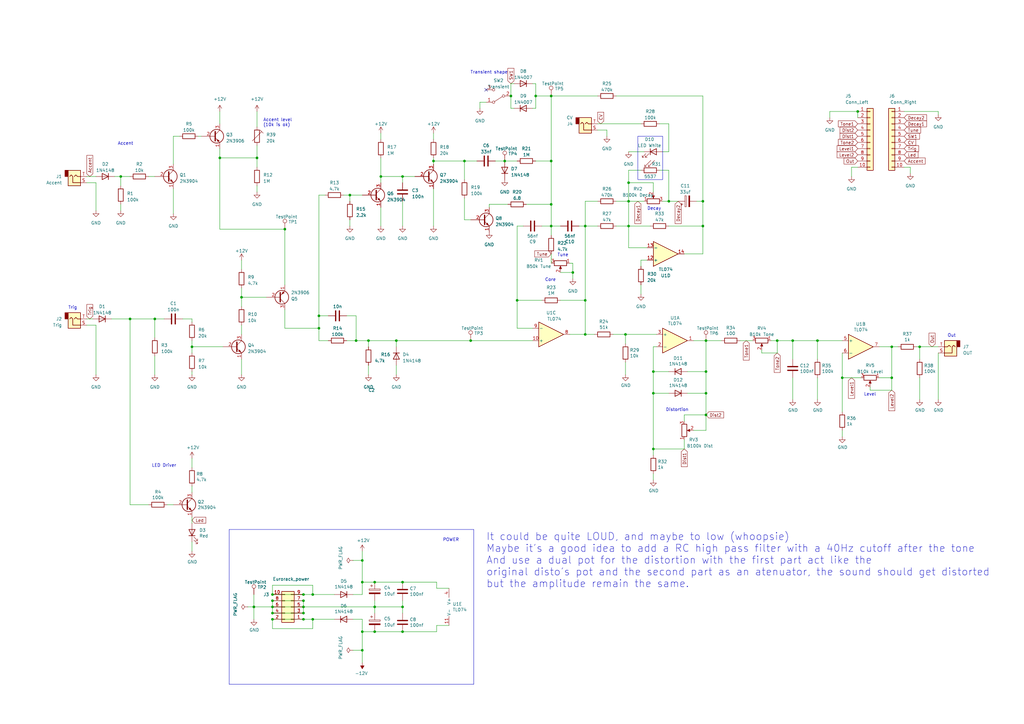
<source format=kicad_sch>
(kicad_sch (version 20230121) (generator eeschema)
  (paper "A3")
  (title_block (title "Drum K") (date "2023-03-09") (rev "MKII") (company "Plop's Modular"))
  (junction (at 124.46 246.38))
  (junction (at 240.03 137.16))
  (junction (at 289.56 170.18))
  (junction (at 240.03 92.71))
  (junction (at 165.1 248.92))
  (junction (at 288.29 82.55))
  (junction (at 226.06 39.37))
  (junction (at 105.41 64.77))
  (junction (at 148.59 238.76))
  (junction (at 288.29 92.71))
  (junction (at 345.44 154.94))
  (junction (at 124.46 251.46))
  (junction (at 212.09 123.19))
  (junction (at 365.76 142.24))
  (junction (at 177.8 66.04))
  (junction (at 146.05 139.7))
  (junction (at 104.14 248.92))
  (junction (at 207.01 66.04))
  (junction (at 151.13 139.7))
  (junction (at 289.56 152.4))
  (junction (at 289.56 161.29))
  (junction (at 325.12 139.7))
  (junction (at 190.5 66.04))
  (junction (at 257.81 92.71))
  (junction (at 240.03 123.19))
  (junction (at 165.1 259.08))
  (junction (at 318.77 139.7))
  (junction (at 226.06 83.82))
  (junction (at 116.84 93.98))
  (junction (at 111.76 246.38))
  (junction (at 335.28 139.7))
  (junction (at 124.46 248.92))
  (junction (at 128.27 254))
  (junction (at 257.81 74.93))
  (junction (at 49.53 72.39))
  (junction (at 90.17 64.77))
  (junction (at 289.56 139.7))
  (junction (at 63.5 130.81))
  (junction (at 148.59 259.08))
  (junction (at 53.34 130.81))
  (junction (at 193.04 139.7))
  (junction (at 156.21 72.39))
  (junction (at 209.55 39.37))
  (junction (at 148.59 229.87))
  (junction (at 162.56 139.7))
  (junction (at 351.79 45.72))
  (junction (at 111.76 243.84))
  (junction (at 267.97 184.15))
  (junction (at 153.67 259.08))
  (junction (at 234.95 111.76))
  (junction (at 99.06 121.92))
  (junction (at 219.71 39.37))
  (junction (at 257.81 82.55))
  (junction (at 130.81 129.54))
  (junction (at 267.97 152.4))
  (junction (at 274.32 82.55))
  (junction (at 256.54 137.16))
  (junction (at 111.76 251.46))
  (junction (at 124.46 243.84))
  (junction (at 128.27 243.84))
  (junction (at 130.81 134.62))
  (junction (at 226.06 66.04))
  (junction (at 153.67 248.92))
  (junction (at 148.59 266.7))
  (junction (at 377.19 142.24))
  (junction (at 143.51 80.01))
  (junction (at 153.67 238.76))
  (junction (at 267.97 161.29))
  (junction (at 365.76 154.94))
  (junction (at 124.46 254))
  (junction (at 111.76 248.92))
  (junction (at 226.06 92.71))
  (junction (at 78.74 142.24))
  (junction (at 165.1 238.76))
  (junction (at 111.76 254))
  (junction (at 165.1 72.39))
  (no_connect (at 199.39 36.83))
  (wire (pts (xy 375.92 142.24) (xy 377.19 142.24)))
  (wire (pts (xy 345.44 144.78) (xy 345.44 154.94)))
  (wire (pts (xy 99.06 147.32) (xy 99.06 153.67)))
  (wire (pts (xy 165.1 246.38) (xy 165.1 248.92)))
  (wire (pts (xy 101.6 248.92) (xy 104.14 248.92)))
  (wire (pts (xy 128.27 257.81) (xy 128.27 254)))
  (wire (pts (xy 226.06 39.37) (xy 245.11 39.37)))
  (wire (pts (xy 60.96 72.39) (xy 63.5 72.39)))
  (wire (pts (xy 274.32 92.71) (xy 288.29 92.71)))
  (wire (pts (xy 280.67 170.18) (xy 289.56 170.18)))
  (wire (pts (xy 179.07 241.3) (xy 179.07 238.76)))
  (wire (pts (xy 148.59 254) (xy 148.59 259.08)))
  (wire (pts (xy 130.81 134.62) (xy 130.81 139.7)))
  (wire (pts (xy 165.1 238.76) (xy 179.07 238.76)))
  (wire (pts (xy 151.13 139.7) (xy 162.56 139.7)))
  (wire (pts (xy 274.32 50.8) (xy 274.32 62.23)))
  (wire (pts (xy 116.84 134.62) (xy 130.81 134.62)))
  (wire (pts (xy 219.71 66.04) (xy 226.06 66.04)))
  (wire (pts (xy 351.79 45.72) (xy 351.79 48.26)))
  (wire (pts (xy 53.34 207.01) (xy 60.96 207.01)))
  (wire (pts (xy 35.56 74.93) (xy 39.37 74.93)))
  (wire (pts (xy 49.53 83.82) (xy 49.53 86.36)))
  (wire (pts (xy 90.17 64.77) (xy 105.41 64.77)))
  (wire (pts (xy 360.68 154.94) (xy 365.76 154.94)))
  (wire (pts (xy 196.85 44.45) (xy 196.85 41.91)))
  (wire (pts (xy 219.71 34.29) (xy 219.71 39.37)))
  (wire (pts (xy 335.28 154.94) (xy 335.28 163.83)))
  (wire (pts (xy 130.81 129.54) (xy 130.81 134.62)))
  (wire (pts (xy 271.78 62.23) (xy 274.32 62.23)))
  (wire (pts (xy 156.21 72.39) (xy 156.21 74.93)))
  (wire (pts (xy 144.78 243.84) (xy 148.59 243.84)))
  (wire (pts (xy 90.17 45.72) (xy 90.17 50.8)))
  (wire (pts (xy 281.94 161.29) (xy 289.56 161.29)))
  (wire (pts (xy 212.09 92.71) (xy 212.09 123.19)))
  (wire (pts (xy 318.77 144.78) (xy 318.77 139.7)))
  (wire (pts (xy 262.89 116.84) (xy 262.89 120.65)))
  (wire (pts (xy 365.76 142.24) (xy 365.76 154.94)))
  (wire (pts (xy 71.12 55.88) (xy 73.66 55.88)))
  (wire (pts (xy 148.59 266.7) (xy 148.59 259.08)))
  (wire (pts (xy 193.04 90.17) (xy 190.5 90.17)))
  (wire (pts (xy 105.41 64.77) (xy 105.41 68.58)))
  (wire (pts (xy 146.05 129.54) (xy 142.24 129.54)))
  (wire (pts (xy 177.8 77.47) (xy 177.8 92.71)))
  (wire (pts (xy 78.74 130.81) (xy 78.74 132.08)))
  (wire (pts (xy 104.14 248.92) (xy 111.76 248.92)))
  (wire (pts (xy 345.44 154.94) (xy 345.44 168.91)))
  (wire (pts (xy 240.03 92.71) (xy 245.11 92.71)))
  (wire (pts (xy 215.9 83.82) (xy 226.06 83.82)))
  (wire (pts (xy 193.04 139.7) (xy 218.44 139.7)))
  (wire (pts (xy 35.56 72.39) (xy 39.37 72.39)))
  (wire (pts (xy 124.46 251.46) (xy 124.46 248.92)))
  (wire (pts (xy 148.59 259.08) (xy 153.67 259.08)))
  (wire (pts (xy 130.81 80.01) (xy 133.35 80.01)))
  (wire (pts (xy 257.81 82.55) (xy 257.81 92.71)))
  (wire (pts (xy 179.07 259.08) (xy 179.07 256.54)))
  (wire (pts (xy 190.5 66.04) (xy 195.58 66.04)))
  (wire (pts (xy 130.81 129.54) (xy 134.62 129.54)))
  (wire (pts (xy 99.06 121.92) (xy 99.06 125.73)))
  (wire (pts (xy 280.67 104.14) (xy 288.29 104.14)))
  (wire (pts (xy 105.41 59.69) (xy 105.41 64.77)))
  (wire (pts (xy 229.87 92.71) (xy 226.06 92.71)))
  (wire (pts (xy 148.59 243.84) (xy 148.59 238.76)))
  (wire (pts (xy 111.76 243.84) (xy 111.76 240.03)))
  (wire (pts (xy 207.01 66.04) (xy 212.09 66.04)))
  (wire (pts (xy 111.76 248.92) (xy 111.76 246.38)))
  (wire (pts (xy 143.51 80.01) (xy 148.59 80.01)))
  (wire (pts (xy 99.06 121.92) (xy 109.22 121.92)))
  (wire (pts (xy 312.42 143.51) (xy 312.42 144.78)))
  (wire (pts (xy 162.56 139.7) (xy 193.04 139.7)))
  (wire (pts (xy 312.42 144.78) (xy 318.77 144.78)))
  (wire (pts (xy 128.27 243.84) (xy 124.46 243.84)))
  (wire (pts (xy 270.51 69.85) (xy 274.32 69.85)))
  (wire (pts (xy 78.74 212.09) (xy 78.74 214.63)))
  (wire (pts (xy 142.24 139.7) (xy 146.05 139.7)))
  (wire (pts (xy 270.51 50.8) (xy 274.32 50.8)))
  (wire (pts (xy 240.03 123.19) (xy 240.03 137.16)))
  (wire (pts (xy 265.43 101.6) (xy 257.81 101.6)))
  (wire (pts (xy 146.05 129.54) (xy 146.05 139.7)))
  (wire (pts (xy 245.11 53.34) (xy 248.92 53.34)))
  (wire (pts (xy 234.95 111.76) (xy 234.95 114.3)))
  (wire (pts (xy 162.56 139.7) (xy 162.56 142.24)))
  (polyline (pts (xy 194.31 280.67) (xy 93.98 280.67)))
  (wire (pts (xy 245.11 50.8) (xy 262.89 50.8)))
  (wire (pts (xy 78.74 142.24) (xy 91.44 142.24)))
  (wire (pts (xy 190.5 66.04) (xy 190.5 73.66)))
  (wire (pts (xy 99.06 133.35) (xy 99.06 137.16)))
  (wire (pts (xy 128.27 240.03) (xy 111.76 240.03)))
  (wire (pts (xy 90.17 93.98) (xy 116.84 93.98)))
  (wire (pts (xy 289.56 161.29) (xy 289.56 170.18)))
  (wire (pts (xy 45.72 130.81) (xy 53.34 130.81)))
  (wire (pts (xy 266.7 92.71) (xy 257.81 92.71)))
  (wire (pts (xy 222.25 123.19) (xy 212.09 123.19)))
  (wire (pts (xy 81.28 55.88) (xy 82.55 55.88)))
  (wire (pts (xy 104.14 248.92) (xy 104.14 254)))
  (wire (pts (xy 365.76 142.24) (xy 360.68 142.24)))
  (wire (pts (xy 156.21 54.61) (xy 156.21 57.15)))
  (wire (pts (xy 200.66 83.82) (xy 200.66 85.09)))
  (wire (pts (xy 78.74 191.77) (xy 78.74 187.96)))
  (wire (pts (xy 124.46 251.46) (xy 111.76 251.46)))
  (wire (pts (xy 226.06 104.14) (xy 226.06 107.95)))
  (wire (pts (xy 284.48 139.7) (xy 289.56 139.7)))
  (wire (pts (xy 351.79 68.58) (xy 349.25 68.58)))
  (polyline (pts (xy 93.98 217.17) (xy 194.31 217.17)))
  (wire (pts (xy 252.73 39.37) (xy 288.29 39.37)))
  (wire (pts (xy 365.76 154.94) (xy 365.76 160.02)))
  (wire (pts (xy 226.06 83.82) (xy 226.06 92.71)))
  (wire (pts (xy 257.81 69.85) (xy 257.81 74.93)))
  (wire (pts (xy 148.59 229.87) (xy 148.59 226.06)))
  (wire (pts (xy 269.24 142.24) (xy 267.97 142.24)))
  (wire (pts (xy 78.74 142.24) (xy 78.74 144.78)))
  (wire (pts (xy 226.06 92.71) (xy 222.25 92.71)))
  (wire (pts (xy 384.81 45.72) (xy 384.81 46.99)))
  (polyline (pts (xy 93.98 280.67) (xy 93.98 217.17)))
  (wire (pts (xy 274.32 69.85) (xy 274.32 82.55)))
  (wire (pts (xy 63.5 130.81) (xy 67.31 130.81)))
  (wire (pts (xy 165.1 259.08) (xy 179.07 259.08)))
  (wire (pts (xy 335.28 147.32) (xy 335.28 139.7)))
  (wire (pts (xy 219.71 34.29) (xy 218.44 34.29)))
  (wire (pts (xy 271.78 82.55) (xy 274.32 82.55)))
  (wire (pts (xy 153.67 238.76) (xy 165.1 238.76)))
  (wire (pts (xy 377.19 147.32) (xy 377.19 142.24)))
  (wire (pts (xy 209.55 39.37) (xy 209.55 44.45)))
  (wire (pts (xy 137.16 243.84) (xy 128.27 243.84)))
  (wire (pts (xy 71.12 207.01) (xy 68.58 207.01)))
  (wire (pts (xy 116.84 93.98) (xy 116.84 116.84)))
  (wire (pts (xy 130.81 80.01) (xy 130.81 129.54)))
  (wire (pts (xy 144.78 229.87) (xy 148.59 229.87)))
  (wire (pts (xy 212.09 123.19) (xy 212.09 134.62)))
  (wire (pts (xy 190.5 81.28) (xy 190.5 90.17)))
  (wire (pts (xy 288.29 82.55) (xy 288.29 39.37)))
  (wire (pts (xy 99.06 118.11) (xy 99.06 121.92)))
  (wire (pts (xy 288.29 104.14) (xy 288.29 92.71)))
  (wire (pts (xy 325.12 154.94) (xy 325.12 163.83)))
  (wire (pts (xy 264.16 62.23) (xy 257.81 62.23)))
  (wire (pts (xy 349.25 68.58) (xy 349.25 72.39)))
  (wire (pts (xy 177.8 64.77) (xy 177.8 66.04)))
  (wire (pts (xy 165.1 248.92) (xy 165.1 251.46)))
  (wire (pts (xy 325.12 139.7) (xy 335.28 139.7)))
  (wire (pts (xy 151.13 149.86) (xy 151.13 153.67)))
  (wire (pts (xy 257.81 69.85) (xy 262.89 69.85)))
  (wire (pts (xy 267.97 184.15) (xy 267.97 186.69)))
  (wire (pts (xy 124.46 254) (xy 128.27 254)))
  (wire (pts (xy 214.63 92.71) (xy 212.09 92.71)))
  (wire (pts (xy 177.8 66.04) (xy 177.8 67.31)))
  (wire (pts (xy 218.44 134.62) (xy 212.09 134.62)))
  (wire (pts (xy 134.62 139.7) (xy 130.81 139.7)))
  (wire (pts (xy 267.97 161.29) (xy 267.97 184.15)))
  (wire (pts (xy 267.97 74.93) (xy 257.81 74.93)))
  (wire (pts (xy 267.97 78.74) (xy 267.97 74.93)))
  (wire (pts (xy 340.36 45.72) (xy 351.79 45.72)))
  (wire (pts (xy 325.12 147.32) (xy 325.12 139.7)))
  (wire (pts (xy 256.54 153.67) (xy 256.54 148.59)))
  (wire (pts (xy 111.76 243.84) (xy 124.46 243.84)))
  (wire (pts (xy 148.59 271.78) (xy 148.59 266.7)))
  (wire (pts (xy 368.3 142.24) (xy 365.76 142.24)))
  (wire (pts (xy 39.37 74.93) (xy 39.37 86.36)))
  (wire (pts (xy 318.77 139.7) (xy 316.23 139.7)))
  (wire (pts (xy 262.89 109.22) (xy 262.89 106.68)))
  (wire (pts (xy 240.03 92.71) (xy 237.49 92.71)))
  (wire (pts (xy 210.82 44.45) (xy 209.55 44.45)))
  (wire (pts (xy 111.76 251.46) (xy 111.76 248.92)))
  (wire (pts (xy 267.97 161.29) (xy 274.32 161.29)))
  (wire (pts (xy 384.81 142.24) (xy 377.19 142.24)))
  (wire (pts (xy 63.5 138.43) (xy 63.5 130.81)))
  (wire (pts (xy 245.11 82.55) (xy 240.03 82.55)))
  (wire (pts (xy 111.76 257.81) (xy 128.27 257.81)))
  (wire (pts (xy 288.29 82.55) (xy 285.75 82.55)))
  (wire (pts (xy 184.15 241.3) (xy 179.07 241.3)))
  (wire (pts (xy 35.56 133.35) (xy 39.37 133.35)))
  (wire (pts (xy 63.5 146.05) (xy 63.5 153.67)))
  (wire (pts (xy 143.51 90.17) (xy 143.51 92.71)))
  (wire (pts (xy 356.87 158.75) (xy 356.87 160.02)))
  (wire (pts (xy 257.81 74.93) (xy 257.81 82.55)))
  (wire (pts (xy 165.1 72.39) (xy 170.18 72.39)))
  (wire (pts (xy 144.78 254) (xy 148.59 254)))
  (wire (pts (xy 111.76 254) (xy 124.46 254)))
  (wire (pts (xy 128.27 243.84) (xy 128.27 240.03)))
  (wire (pts (xy 345.44 154.94) (xy 353.06 154.94)))
  (wire (pts (xy 209.55 34.29) (xy 209.55 39.37)))
  (wire (pts (xy 124.46 248.92) (xy 153.67 248.92)))
  (wire (pts (xy 280.67 184.15) (xy 267.97 184.15)))
  (wire (pts (xy 116.84 127) (xy 116.84 134.62)))
  (wire (pts (xy 165.1 82.55) (xy 165.1 92.71)))
  (wire (pts (xy 240.03 92.71) (xy 240.03 123.19)))
  (wire (pts (xy 143.51 82.55) (xy 143.51 80.01)))
  (wire (pts (xy 281.94 152.4) (xy 289.56 152.4)))
  (wire (pts (xy 370.84 45.72) (xy 384.81 45.72)))
  (wire (pts (xy 71.12 77.47) (xy 71.12 87.63)))
  (wire (pts (xy 156.21 72.39) (xy 165.1 72.39)))
  (wire (pts (xy 226.06 39.37) (xy 226.06 66.04)))
  (wire (pts (xy 74.93 130.81) (xy 78.74 130.81)))
  (wire (pts (xy 49.53 76.2) (xy 49.53 72.39)))
  (wire (pts (xy 335.28 139.7) (xy 345.44 139.7)))
  (wire (pts (xy 318.77 139.7) (xy 325.12 139.7)))
  (wire (pts (xy 46.99 72.39) (xy 49.53 72.39)))
  (wire (pts (xy 240.03 82.55) (xy 240.03 92.71)))
  (wire (pts (xy 373.38 68.58) (xy 373.38 71.12)))
  (wire (pts (xy 219.71 44.45) (xy 218.44 44.45)))
  (wire (pts (xy 340.36 48.26) (xy 340.36 45.72)))
  (wire (pts (xy 219.71 39.37) (xy 219.71 44.45)))
  (wire (pts (xy 71.12 55.88) (xy 71.12 67.31)))
  (wire (pts (xy 267.97 196.85) (xy 267.97 194.31)))
  (wire (pts (xy 124.46 248.92) (xy 111.76 248.92)))
  (wire (pts (xy 251.46 137.16) (xy 256.54 137.16)))
  (wire (pts (xy 111.76 246.38) (xy 124.46 246.38)))
  (wire (pts (xy 256.54 137.16) (xy 269.24 137.16)))
  (wire (pts (xy 153.67 259.08) (xy 165.1 259.08)))
  (wire (pts (xy 257.81 82.55) (xy 264.16 82.55)))
  (wire (pts (xy 184.15 256.54) (xy 179.07 256.54)))
  (wire (pts (xy 196.85 41.91) (xy 199.39 41.91)))
  (wire (pts (xy 226.06 39.37) (xy 219.71 39.37)))
  (wire (pts (xy 252.73 92.71) (xy 257.81 92.71)))
  (polyline (pts (xy 194.31 217.17) (xy 194.31 280.67)))
  (wire (pts (xy 248.92 53.34) (xy 248.92 55.88)))
  (wire (pts (xy 148.59 238.76) (xy 153.67 238.76)))
  (wire (pts (xy 308.61 139.7) (xy 303.53 139.7)))
  (wire (pts (xy 284.48 176.53) (xy 289.56 176.53)))
  (wire (pts (xy 234.95 111.76) (xy 234.95 107.95)))
  (wire (pts (xy 78.74 139.7) (xy 78.74 142.24)))
  (wire (pts (xy 256.54 137.16) (xy 256.54 140.97)))
  (wire (pts (xy 162.56 149.86) (xy 162.56 153.67)))
  (wire (pts (xy 177.8 54.61) (xy 177.8 57.15)))
  (wire (pts (xy 111.76 254) (xy 111.76 257.81)))
  (wire (pts (xy 267.97 152.4) (xy 274.32 152.4)))
  (wire (pts (xy 90.17 64.77) (xy 90.17 93.98)))
  (wire (pts (xy 274.32 82.55) (xy 278.13 82.55)))
  (wire (pts (xy 384.81 144.78) (xy 384.81 163.83)))
  (wire (pts (xy 148.59 266.7) (xy 144.78 266.7)))
  (wire (pts (xy 289.56 170.18) (xy 289.56 176.53)))
  (wire (pts (xy 289.56 139.7) (xy 289.56 152.4)))
  (wire (pts (xy 35.56 130.81) (xy 38.1 130.81)))
  (wire (pts (xy 209.55 34.29) (xy 210.82 34.29)))
  (wire (pts (xy 104.14 243.84) (xy 104.14 248.92)))
  (wire (pts (xy 128.27 254) (xy 137.16 254)))
  (wire (pts (xy 148.59 238.76) (xy 148.59 229.87)))
  (wire (pts (xy 39.37 133.35) (xy 39.37 153.67)))
  (wire (pts (xy 262.89 106.68) (xy 265.43 106.68)))
  (wire (pts (xy 280.67 170.18) (xy 280.67 172.72)))
  (wire (pts (xy 289.56 152.4) (xy 289.56 161.29)))
  (wire (pts (xy 229.87 123.19) (xy 240.03 123.19)))
  (wire (pts (xy 49.53 72.39) (xy 53.34 72.39)))
  (wire (pts (xy 156.21 85.09) (xy 156.21 92.71)))
  (wire (pts (xy 78.74 226.06) (xy 78.74 222.25)))
  (wire (pts (xy 257.81 101.6) (xy 257.81 92.71)))
  (wire (pts (xy 146.05 139.7) (xy 151.13 139.7)))
  (wire (pts (xy 345.44 176.53) (xy 345.44 179.07)))
  (wire (pts (xy 229.87 111.76) (xy 234.95 111.76)))
  (wire (pts (xy 288.29 82.55) (xy 288.29 92.71)))
  (wire (pts (xy 267.97 152.4) (xy 267.97 161.29)))
  (wire (pts (xy 90.17 60.96) (xy 90.17 64.77)))
  (wire (pts (xy 153.67 246.38) (xy 153.67 248.92)))
  (wire (pts (xy 234.95 107.95) (xy 233.68 107.95)))
  (wire (pts (xy 289.56 139.7) (xy 295.91 139.7)))
  (wire (pts (xy 226.06 92.71) (xy 226.06 96.52)))
  (wire (pts (xy 153.67 248.92) (xy 153.67 251.46)))
  (wire (pts (xy 153.67 248.92) (xy 165.1 248.92)))
  (wire (pts (xy 233.68 137.16) (xy 240.03 137.16)))
  (wire (pts (xy 151.13 139.7) (xy 151.13 142.24)))
  (wire (pts (xy 165.1 72.39) (xy 165.1 74.93)))
  (wire (pts (xy 99.06 106.68) (xy 99.06 110.49)))
  (wire (pts (xy 78.74 201.93) (xy 78.74 199.39)))
  (wire (pts (xy 105.41 45.72) (xy 105.41 52.07)))
  (wire (pts (xy 143.51 80.01) (xy 140.97 80.01)))
  (wire (pts (xy 105.41 76.2) (xy 105.41 78.74)))
  (wire (pts (xy 200.66 83.82) (xy 208.28 83.82)))
  (wire (pts (xy 53.34 130.81) (xy 63.5 130.81)))
  (wire (pts (xy 53.34 130.81) (xy 53.34 207.01)))
  (wire (pts (xy 226.06 66.04) (xy 226.06 83.82)))
  (wire (pts (xy 280.67 180.34) (xy 280.67 184.15)))
  (wire (pts (xy 156.21 64.77) (xy 156.21 72.39)))
  (wire (pts (xy 370.84 68.58) (xy 373.38 68.58)))
  (wire (pts (xy 78.74 152.4) (xy 78.74 153.67)))
  (wire (pts (xy 124.46 248.92) (xy 124.46 246.38)))
  (wire (pts (xy 240.03 137.16) (xy 243.84 137.16)))
  (wire (pts (xy 377.19 163.83) (xy 377.19 154.94)))
  (wire (pts (xy 203.2 66.04) (xy 207.01 66.04)))
  (wire (pts (xy 356.87 160.02) (xy 365.76 160.02)))
  (wire (pts (xy 267.97 142.24) (xy 267.97 152.4)))
  (wire (pts (xy 252.73 82.55) (xy 257.81 82.55)))
  (wire (pts (xy 177.8 66.04) (xy 190.5 66.04)))
  (rectangle (start 261.62 55.88) (end 271.78 73.66))
  (text "It could be quite LOUD, and maybe to low (whoopsie)\nMaybe it's a good idea to add a RC high pass filter with a 40Hz cutoff after the tone\nAnd use a dual pot for the distortion with the first part act like the\noriginal disto's pot and the second part as an atenuator, the sound should get distorted\nbut the amplitude remain the same." (at 199.39 241.3 0) (effects (font (size 3 3)) (justify left bottom)))
  (text "Transient shape" (at 208.28 30.48 0) (effects (font (size 1.27 1.27)) (justify right bottom)))
  (text "Core" (at 223.52 115.57 0) (effects (font (size 1.27 1.27)) (justify left bottom)))
  (text "Decay" (at 265.43 86.36 0) (effects (font (size 1.27 1.27)) (justify left bottom)))
  (text "LED Driver" (at 62.23 191.77 0) (effects (font (size 1.27 1.27)) (justify left bottom)))
  (text "Tune" (at 228.6 105.41 0) (effects (font (size 1.27 1.27)) (justify left bottom)))
  (text "Accent" (at 48.26 59.69 0) (effects (font (size 1.27 1.27)) (justify left bottom)))
  (text "Distortion" (at 273.05 168.91 0) (effects (font (size 1.27 1.27)) (justify left bottom)))
  (text "Level" (at 354.33 162.56 0) (effects (font (size 1.27 1.27)) (justify left bottom)))
  (text "Out" (at 388.62 138.43 0) (effects (font (size 1.27 1.27)) (justify left bottom)))
  (text "Accent level \n(10k is ok)" (at 107.95 52.07 0) (effects (font (size 1.27 1.27)) (justify left bottom)))
  (text "Trig" (at 27.94 127 0) (effects (font (size 1.27 1.27)) (justify left bottom)))
  (text "POWER" (at 181.61 222.25 0) (effects (font (size 1.27 1.27)) (justify left bottom)))
  (global_label "Tone2" (shape input) (at 351.79 58.42 180) (property "Intersheetrefs" "${INTERSHEET_REFS}" (effects hide)))
  (global_label "Decay2" (shape input) (at 370.84 48.26 0) (property "Intersheetrefs" "${INTERSHEET_REFS}" (effects hide)))
  (global_label "Decay1" (shape input) (at 370.84 50.8 0) (property "Intersheetrefs" "${INTERSHEET_REFS}" (effects hide)))
  (global_label "Tune" (shape input) (at 370.84 53.34 0) (property "Intersheetrefs" "${INTERSHEET_REFS}" (effects hide)))
  (global_label "Tune" (shape input) (at 226.06 104.14 180) (property "Intersheetrefs" "${INTERSHEET_REFS}" (effects hide)))
  (global_label "Trig" (shape input) (at 36.83 130.81 90) (property "Intersheetrefs" "${INTERSHEET_REFS}" (effects hide)))
  (global_label "Level2" (shape input) (at 351.79 63.5 180) (property "Intersheetrefs" "${INTERSHEET_REFS}" (effects hide)))
  (global_label "Accent" (shape input) (at 36.83 72.39 90) (property "Intersheetrefs" "${INTERSHEET_REFS}" (effects hide)))
  (global_label "Decay1" (shape input) (at 261.62 82.55 270) (property "Intersheetrefs" "${INTERSHEET_REFS}" (effects hide)))
  (global_label "Tone1" (shape input) (at 351.79 50.8 180) (property "Intersheetrefs" "${INTERSHEET_REFS}" (effects hide)))
  (global_label "Tone2" (shape input) (at 318.77 144.78 270) (property "Intersheetrefs" "${INTERSHEET_REFS}" (effects hide)))
  (global_label "Level1" (shape input) (at 351.79 60.96 180) (property "Intersheetrefs" "${INTERSHEET_REFS}" (effects hide)))
  (global_label "SW1" (shape input) (at 370.84 55.88 0) (property "Intersheetrefs" "${INTERSHEET_REFS}" (effects hide)))
  (global_label "CV" (shape input) (at 246.38 50.8 90) (property "Intersheetrefs" "${INTERSHEET_REFS}" (effects hide)))
  (global_label "CV" (shape input) (at 370.84 58.42 0) (property "Intersheetrefs" "${INTERSHEET_REFS}" (effects hide)))
  (global_label "Dist1" (shape input) (at 280.67 184.15 270) (property "Intersheetrefs" "${INTERSHEET_REFS}" (effects hide)))
  (global_label "Decay2" (shape input) (at 278.13 82.55 270) (property "Intersheetrefs" "${INTERSHEET_REFS}" (effects hide)))
  (global_label "Trig" (shape input) (at 370.84 60.96 0) (property "Intersheetrefs" "${INTERSHEET_REFS}" (effects hide)))
  (global_label "Accent" (shape input) (at 370.84 66.04 0) (property "Intersheetrefs" "${INTERSHEET_REFS}" (effects hide)))
  (global_label "Dist2" (shape input) (at 289.56 170.18 0) (property "Intersheetrefs" "${INTERSHEET_REFS}" (effects hide)))
  (global_label "Tone1" (shape input) (at 306.07 139.7 270) (property "Intersheetrefs" "${INTERSHEET_REFS}" (effects hide)))
  (global_label "Led" (shape input) (at 78.74 213.36 0) (property "Intersheetrefs" "${INTERSHEET_REFS}" (effects hide)))
  (global_label "Dist1" (shape input) (at 351.79 55.88 180) (property "Intersheetrefs" "${INTERSHEET_REFS}" (effects hide)))
  (global_label "Dist2" (shape input) (at 351.79 53.34 180) (property "Intersheetrefs" "${INTERSHEET_REFS}" (effects hide)))
  (global_label "Out" (shape input) (at 351.79 66.04 180) (property "Intersheetrefs" "${INTERSHEET_REFS}" (effects hide)))
  (global_label "SW1" (shape input) (at 209.55 34.29 90) (property "Intersheetrefs" "${INTERSHEET_REFS}" (effects hide)))
  (global_label "Level2" (shape input) (at 365.76 160.02 270) (property "Intersheetrefs" "${INTERSHEET_REFS}" (effects hide)))
  (global_label "Out" (shape input) (at 382.27 142.24 90) (property "Intersheetrefs" "${INTERSHEET_REFS}" (effects hide)))
  (global_label "Level1" (shape input) (at 349.25 154.94 270) (property "Intersheetrefs" "${INTERSHEET_REFS}" (effects hide)))
  (global_label "Led" (shape input) (at 370.84 63.5 0) (property "Intersheetrefs" "${INTERSHEET_REFS}" (effects hide)))
  (symbol (lib_id "power:GND") (at 162.56 153.67 0) (unit 1)
    (property "Reference" "#PWR019" (effects hide))
    (property "Value" "GND" (at 162.56 158.75 0))
  )
  (symbol (lib_id "power:GND") (at 234.95 114.3 0) (unit 1)
    (property "Reference" "#PWR028" (effects hide))
    (property "Value" "GND" (at 234.95 119.38 0))
  )
  (symbol (lib_id "Amplifier_Operational:TL074") (at 273.05 104.14 0) (mirror x) (unit 4)
    (property "Reference" "U1" (at 273.05 113.03 0))
    (property "Value" "TL074" (at 273.05 110.49 0))
    (property "Footprint" "Drum-K:DIP-14_W7.62mm_Socket_LongPads" (effects hide))
    (property "Datasheet" "http://www.ti.com/lit/ds/symlink/tl071.pdf" (effects hide))
  )
  (symbol (lib_id "Transistor_BJT:2N3904") (at 153.67 80.01 0) (unit 1)
    (property "Reference" "Q6" (at 158.75 79.375 0) (effects (justify left)))
    (property "Value" "2N3904" (at 158.75 81.915 0) (effects (justify left)))
    (property "Footprint" "Drum-K:TO-92L_Inline_Wide" (effects hide))
    (property "Datasheet" "https://www.onsemi.com/pub/Collateral/2N3903-D.PDF" (effects hide))
  )
  (symbol (lib_id "power:GND") (at 207.01 73.66 0) (unit 1)
    (property "Reference" "#PWR027" (effects hide))
    (property "Value" "GND" (at 207.01 78.74 0))
  )
  (symbol (lib_id "Switch:SW_SPDT") (at 204.47 39.37 180) (unit 1)
    (property "Reference" "SW2" (at 204.47 33.02 0))
    (property "Value" "Transient" (at 204.47 35.56 0))
  )
  (symbol (lib_id "Device:R") (at 99.06 129.54 0) (unit 1)
    (property "Reference" "R10" (at 101.6 128.905 0) (effects (justify left)))
    (property "Value" "10k" (at 101.6 131.445 0) (effects (justify left)))
    (property "Footprint" "Drum-K:Resistor_D2.5mm_P7.62mm" (effects hide))
  )
  (symbol (lib_id "power:GND") (at 104.14 254 0) (unit 1)
    (property "Reference" "#PWR015" (effects hide))
    (property "Value" "GND" (at 104.267 258.3942 0))
  )
  (symbol (lib_id "power:GND") (at 39.37 153.67 0) (unit 1)
    (property "Reference" "#PWR02" (effects hide))
    (property "Value" "GND" (at 39.37 158.75 0))
  )
  (symbol (lib_id "Device:R") (at 345.44 172.72 0) (unit 1)
    (property "Reference" "R36" (at 347.218 171.5516 0) (effects (justify left)))
    (property "Value" "1k" (at 347.218 173.863 0) (effects (justify left)))
    (property "Footprint" "Drum-K:Resistor_D2.5mm_P7.62mm" (effects hide))
  )
  (symbol (lib_id "Device:R") (at 49.53 80.01 0) (unit 1)
    (property "Reference" "R1" (at 52.07 79.375 0) (effects (justify left)))
    (property "Value" "100k" (at 52.07 81.915 0) (effects (justify left)))
    (property "Footprint" "Drum-K:Resistor_D2.5mm_P7.62mm" (effects hide))
  )
  (symbol (lib_id "power:GND") (at 63.5 153.67 0) (unit 1)
    (property "Reference" "#PWR04" (effects hide))
    (property "Value" "GND" (at 63.5 158.75 0))
  )
  (symbol (lib_id "Device:R") (at 77.47 55.88 90) (unit 1)
    (property "Reference" "R5" (at 77.47 50.8 90))
    (property "Value" "100k" (at 77.47 53.34 90))
    (property "Footprint" "Drum-K:Resistor_D2.5mm_P7.62mm" (effects hide))
  )
  (symbol (lib_id "power:GND") (at 349.25 72.39 0) (unit 1)
    (property "Reference" "#PWR036" (effects hide))
    (property "Value" "GND" (at 349.25 77.47 0))
  )
  (symbol (lib_id "power:-12V") (at 148.59 271.78 180) (unit 1)
    (property "Reference" "#PWR024" (effects hide))
    (property "Value" "-12V" (at 148.209 276.1742 0))
  )
  (symbol (lib_id "Connector:TestPoint") (at 289.56 139.7 0) (unit 1)
    (property "Reference" "TP6" (at 291.0332 136.7028 0) (effects (justify left)))
    (property "Value" "TestPoint" (at 285.75 134.62 0) (effects (justify left)))
    (property "Footprint" "Drum-K:TestPoint_Round" (effects hide))
  )
  (symbol (lib_id "Device:R") (at 143.51 86.36 180) (unit 1)
    (property "Reference" "R15" (at 146.05 85.725 0) (effects (justify right)))
    (property "Value" "2.2k" (at 146.05 88.265 0) (effects (justify right)))
    (property "Footprint" "Drum-K:Resistor_D2.5mm_P7.62mm" (effects hide))
  )
  (symbol (lib_id "Connector_Generic:Conn_01x10") (at 356.87 55.88 0) (unit 1)
    (property "Reference" "J5" (at 346.71 39.37 0) (effects (justify left)))
    (property "Value" "Conn_Left" (at 346.71 41.91 0) (effects (justify left)))
    (property "Footprint" "Drum-K:PinHeader_1x10" (effects hide))
  )
  (symbol (lib_id "Device:LED") (at 78.74 218.44 90) (unit 1)
    (property "Reference" "D3" (at 81.7118 217.4494 90) (effects (justify right)))
    (property "Value" "Red" (at 81.7118 219.7608 90) (effects (justify right)))
  )
  (symbol (lib_id "Device:R") (at 247.65 137.16 90) (unit 1)
    (property "Reference" "R24" (at 247.65 131.9022 90))
    (property "Value" "51k" (at 247.65 134.2136 90))
    (property "Footprint" "Drum-K:Resistor_D2.5mm_P7.62mm" (effects hide))
  )
  (symbol (lib_id "Device:R") (at 138.43 139.7 90) (unit 1)
    (property "Reference" "R14" (at 138.43 134.62 90))
    (property "Value" "100k" (at 138.43 137.16 90))
    (property "Footprint" "Drum-K:Resistor_D2.5mm_P7.62mm" (effects hide))
  )
  (symbol (lib_id "Device:R") (at 105.41 72.39 0) (unit 1)
    (property "Reference" "R12" (at 107.95 71.755 0) (effects (justify left)))
    (property "Value" "1M" (at 107.95 74.295 0) (effects (justify left)))
    (property "Footprint" "Drum-K:Resistor_D2.5mm_P7.62mm" (effects hide))
  )
  (symbol (lib_id "Device:R") (at 212.09 83.82 90) (unit 1)
    (property "Reference" "R20" (at 212.09 78.74 90))
    (property "Value" "6.8" (at 212.09 81.28 90))
    (property "Footprint" "Drum-K:Resistor_D2.5mm_P7.62mm" (effects hide))
  )
  (symbol (lib_id "Device:R") (at 262.89 113.03 180) (unit 1)
    (property "Reference" "R30" (at 265.43 112.395 0) (effects (justify right)))
    (property "Value" "20k" (at 265.43 114.935 0) (effects (justify right)))
    (property "Footprint" "Drum-K:Resistor_D2.5mm_P7.62mm" (effects hide))
  )
  (symbol (lib_id "power:PWR_FLAG") (at 144.78 266.7 90) (unit 1)
    (property "Reference" "#FLG03" (effects hide))
    (property "Value" "PWR_FLAG" (at 139.7 270.51 0) (effects (justify left)))
  )
  (symbol (lib_id "Device:C_Polarized") (at 153.67 255.27 0) (unit 1)
    (property "Reference" "C5" (at 157.48 253.746 0) (effects (justify left)))
    (property "Value" "10uf" (at 157.48 256.286 0) (effects (justify left)))
    (property "Footprint" "Drum-K:CP_Radial_D4.0mm_P2.00mm" (effects hide))
  )
  (symbol (lib_id "Device:R") (at 226.06 100.33 0) (unit 1)
    (property "Reference" "R22" (at 228.6 99.695 0) (effects (justify left)))
    (property "Value" "4.7k" (at 228.6 102.235 0) (effects (justify left)))
    (property "Footprint" "Drum-K:Resistor_D2.5mm_P7.62mm" (effects hide))
  )
  (symbol (lib_id "Device:R_Potentiometer") (at 229.87 107.95 270) (unit 1)
    (property "Reference" "RV1" (at 220.98 106.68 90))
    (property "Value" "B50k Tune" (at 220.98 109.22 90))
  )
  (symbol (lib_id "Device:R") (at 266.7 50.8 90) (unit 1)
    (property "Reference" "R28" (at 266.7 45.72 90))
    (property "Value" "100k" (at 266.7 48.26 90))
    (property "Footprint" "Drum-K:Resistor_D2.5mm_P7.62mm" (effects hide))
  )
  (symbol (lib_id "power:GND") (at 340.36 48.26 0) (unit 1)
    (property "Reference" "#PWR034" (effects hide))
    (property "Value" "GND" (at 340.36 53.34 0))
  )
  (symbol (lib_id "Device:R") (at 256.54 144.78 180) (unit 1)
    (property "Reference" "R29" (at 258.318 143.6116 0) (effects (justify right)))
    (property "Value" "10k" (at 258.318 145.923 0) (effects (justify right)))
    (property "Footprint" "Drum-K:Resistor_D2.5mm_P7.62mm" (effects hide))
  )
  (symbol (lib_id "Transistor_BJT:2N3904") (at 68.58 72.39 0) (unit 1)
    (property "Reference" "Q1" (at 73.66 71.755 0) (effects (justify left)))
    (property "Value" "2N3904" (at 73.66 74.295 0) (effects (justify left)))
    (property "Footprint" "Drum-K:TO-92L_Inline_Wide" (effects hide))
    (property "Datasheet" "https://www.onsemi.com/pub/Collateral/2N3903-D.PDF" (effects hide))
  )
  (symbol (lib_id "Device:C") (at 165.1 242.57 0) (unit 1)
    (property "Reference" "C7" (at 168.021 241.4016 0) (effects (justify left)))
    (property "Value" "100nf" (at 168.021 243.713 0) (effects (justify left)))
    (property "Footprint" "Drum-K:C_Disc_D5.0mm_W2.5mm_P2.50mm" (effects hide))
  )
  (symbol (lib_id "power:GND") (at 200.66 95.25 0) (unit 1)
    (property "Reference" "#PWR026" (effects hide))
    (property "Value" "GND" (at 200.66 100.33 0))
  )
  (symbol (lib_id "Device:R") (at 177.8 60.96 0) (unit 1)
    (property "Reference" "R18" (at 180.34 60.325 0) (effects (justify left)))
    (property "Value" "20k" (at 180.34 62.865 0) (effects (justify left)))
    (property "Footprint" "Drum-K:Resistor_D2.5mm_P7.62mm" (effects hide))
  )
  (symbol (lib_id "Amplifier_Operational:TL074") (at 353.06 142.24 0) (unit 2)
    (property "Reference" "U1" (at 353.06 132.9182 0))
    (property "Value" "TL074" (at 353.06 135.2296 0))
    (property "Footprint" "Drum-K:DIP-14_W7.62mm_Socket_LongPads" (effects hide))
    (property "Datasheet" "http://www.ti.com/lit/ds/symlink/tl071.pdf" (effects hide))
  )
  (symbol (lib_id "Connector:TestPoint") (at 226.06 39.37 0) (unit 1)
    (property "Reference" "TP5" (at 227.5332 36.3728 0) (effects (justify left)))
    (property "Value" "TestPoint" (at 222.25 34.29 0) (effects (justify left)))
    (property "Footprint" "Drum-K:TestPoint_Round" (effects hide))
  )
  (symbol (lib_id "Connector:TestPoint") (at 116.84 93.98 0) (unit 1)
    (property "Reference" "TP1" (at 118.3132 90.9828 0) (effects (justify left)))
    (property "Value" "TestPoint" (at 113.03 88.9 0) (effects (justify left)))
    (property "Footprint" "Drum-K:TestPoint_Round" (effects hide))
  )
  (symbol (lib_id "power:+12V") (at 90.17 45.72 0) (unit 1)
    (property "Reference" "#PWR09" (effects hide))
    (property "Value" "+12V" (at 90.17 40.64 0))
  )
  (symbol (lib_id "Diode:1N4148") (at 43.18 72.39 180) (unit 1)
    (property "Reference" "D2" (at 43.18 67.31 0))
    (property "Value" "1N4148" (at 43.18 69.85 0))
    (property "Footprint" "Drum-K:DO-35_SOD27_P5.08mm_Horizontal" (effects hide))
    (property "Datasheet" "https://assets.nexperia.com/documents/data-sheet/1N4148_1N4448.pdf" (effects hide))
    (property "Sim.Device" "D" (effects hide))
    (property "Sim.Pins" "1=K 2=A" (effects hide))
  )
  (symbol (lib_id "power:GND") (at 151.13 153.67 0) (unit 1)
    (property "Reference" "#PWR016" (effects hide))
    (property "Value" "GND" (at 151.13 158.75 0))
  )
  (symbol (lib_id "power:GND") (at 105.41 78.74 0) (unit 1)
    (property "Reference" "#PWR013" (effects hide))
    (property "Value" "GND" (at 105.41 83.82 0))
  )
  (symbol (lib_id "Connector_Generic:Conn_01x10") (at 365.76 55.88 0) (mirror y) (unit 1)
    (property "Reference" "J6" (at 367.03 39.37 0) (effects (justify left)))
    (property "Value" "Conn_Right" (at 375.92 41.91 0) (effects (justify left)))
    (property "Footprint" "Drum-K:PinHeader_1x10" (effects hide))
  )
  (symbol (lib_id "Device:R_Trim") (at 105.41 55.88 0) (unit 1)
    (property "Reference" "R39" (at 109.22 55.245 0) (effects (justify left)))
    (property "Value" "20k" (at 109.22 57.785 0) (effects (justify left)))
  )
  (symbol (lib_id "Diode:1N4148") (at 278.13 161.29 180) (unit 1)
    (property "Reference" "D12" (at 278.13 155.8036 0))
    (property "Value" "1N4148" (at 278.13 158.115 0))
    (property "Footprint" "Drum-K:DO-35_SOD27_P5.08mm_Horizontal" (effects hide))
    (property "Datasheet" "https://assets.nexperia.com/documents/data-sheet/1N4148_1N4448.pdf" (effects hide))
  )
  (symbol (lib_id "power:GND") (at 262.89 120.65 0) (unit 1)
    (property "Reference" "#PWR030" (effects hide))
    (property "Value" "GND" (at 262.89 125.73 0))
  )
  (symbol (lib_id "Amplifier_Operational:TL074") (at 276.86 139.7 0) (unit 1)
    (property "Reference" "U1" (at 276.86 130.3782 0))
    (property "Value" "TL074" (at 276.86 132.6896 0))
    (property "Footprint" "Drum-K:DIP-14_W7.62mm_Socket_LongPads" (effects hide))
    (property "Datasheet" "http://www.ti.com/lit/ds/symlink/tl071.pdf" (effects hide))
  )
  (symbol (lib_id "Diode:1N4148") (at 278.13 152.4 0) (unit 1)
    (property "Reference" "D11" (at 278.13 146.9136 0))
    (property "Value" "1N4148" (at 278.13 149.225 0))
    (property "Footprint" "Drum-K:DO-35_SOD27_P5.08mm_Horizontal" (effects hide))
    (property "Datasheet" "https://assets.nexperia.com/documents/data-sheet/1N4148_1N4448.pdf" (effects hide))
  )
  (symbol (lib_id "Device:R") (at 64.77 207.01 270) (unit 1)
    (property "Reference" "R4" (at 64.77 201.7522 90))
    (property "Value" "100k" (at 64.77 204.0636 90))
    (property "Footprint" "Drum-K:Resistor_D2.5mm_P7.62mm" (effects hide))
  )
  (symbol (lib_id "Connector_Generic:Conn_02x05_Odd_Even") (at 119.38 248.92 180) (unit 1)
    (property "Reference" "J3" (at 109.22 243.84 0))
    (property "Value" "Eurorack_power" (at 119.38 237.49 0))
    (property "Footprint" "Drum-K:IDC-Header_2x05" (effects hide))
  )
  (symbol (lib_id "power:+12V") (at 156.21 54.61 0) (unit 1)
    (property "Reference" "#PWR017" (effects hide))
    (property "Value" "+12V" (at 156.21 50.8 0))
  )
  (symbol (lib_id "Diode:1N4148") (at 207.01 69.85 90) (unit 1)
    (property "Reference" "D7" (at 209.55 69.215 90) (effects (justify right)))
    (property "Value" "1N4148" (at 209.55 71.755 90) (effects (justify right)))
    (property "Footprint" "Drum-K:DO-35_SOD27_P5.08mm_Horizontal" (effects hide))
    (property "Datasheet" "https://assets.nexperia.com/documents/data-sheet/1N4148_1N4448.pdf" (effects hide))
    (property "Sim.Device" "D" (effects hide))
    (property "Sim.Pins" "1=K 2=A" (effects hide))
  )
  (symbol (lib_id "Device:R_Potentiometer") (at 280.67 176.53 0) (mirror x) (unit 1)
    (property "Reference" "RV3" (at 284.48 180.34 0))
    (property "Value" "B100k Dist" (at 287.02 182.88 0))
  )
  (symbol (lib_id "Device:R") (at 99.06 114.3 0) (unit 1)
    (property "Reference" "R9" (at 101.6 113.665 0) (effects (justify left)))
    (property "Value" "4.7k" (at 101.6 116.205 0) (effects (justify left)))
    (property "Footprint" "Drum-K:Resistor_D2.5mm_P7.62mm" (effects hide))
  )
  (symbol (lib_id "power:GND") (at 257.81 62.23 0) (unit 1)
    (property "Reference" "#PWR053" (effects hide))
    (property "Value" "GND" (at 257.81 67.31 0))
  )
  (symbol (lib_id "power:GND") (at 49.53 86.36 0) (unit 1)
    (property "Reference" "#PWR03" (effects hide))
    (property "Value" "GND" (at 49.53 91.44 0))
  )
  (symbol (lib_id "Device:R") (at 248.92 82.55 90) (unit 1)
    (property "Reference" "R26" (at 248.92 77.47 90))
    (property "Value" "470k" (at 248.92 80.01 90))
    (property "Footprint" "Drum-K:Resistor_D2.5mm_P7.62mm" (effects hide))
  )
  (symbol (lib_id "power:GND") (at 345.44 179.07 0) (unit 1)
    (property "Reference" "#PWR035" (effects hide))
    (property "Value" "GND" (at 345.567 183.4642 0))
  )
  (symbol (lib_id "power:+12V") (at 78.74 187.96 0) (unit 1)
    (property "Reference" "#PWR07" (effects hide))
    (property "Value" "+12V" (at 79.121 183.5658 0))
  )
  (symbol (lib_id "Connector_Audio:AudioJack2") (at 240.03 50.8 0) (mirror x) (unit 1)
    (property "Reference" "J4" (at 234.95 50.8 0) (effects (justify right)))
    (property "Value" "CV" (at 234.95 48.26 0) (effects (justify right)))
  )
  (symbol (lib_id "Device:R") (at 248.92 92.71 90) (unit 1)
    (property "Reference" "R27" (at 248.92 87.63 90))
    (property "Value" "47k" (at 248.92 90.17 90))
    (property "Footprint" "Drum-K:Resistor_D2.5mm_P7.62mm" (effects hide))
  )
  (symbol (lib_id "Diode:1N4007") (at 214.63 34.29 0) (mirror y) (unit 1)
    (property "Reference" "D8" (at 214.63 29.21 0))
    (property "Value" "1N4007" (at 214.63 31.75 0))
    (property "Footprint" "Drum-K:DO-41_SOD81_P7.62mm_Horizontal(1n4007)" (effects hide))
    (property "Datasheet" "http://www.vishay.com/docs/88503/1n4001.pdf" (effects hide))
    (property "Sim.Device" "D" (effects hide))
    (property "Sim.Pins" "1=K 2=A" (effects hide))
  )
  (symbol (lib_id "Connector_Audio:AudioJack2") (at 30.48 72.39 0) (mirror x) (unit 1)
    (property "Reference" "J1" (at 25.4 72.39 0) (effects (justify right)))
    (property "Value" "Accent" (at 25.4 74.93 0) (effects (justify right)))
  )
  (symbol (lib_id "power:PWR_FLAG") (at 101.6 248.92 90) (unit 1)
    (property "Reference" "#FLG01" (effects hide))
    (property "Value" "PWR_FLAG" (at 96.52 252.73 0) (effects (justify left)))
  )
  (symbol (lib_id "Diode:1N4148") (at 140.97 243.84 180) (unit 1)
    (property "Reference" "D5" (at 140.97 238.3536 0))
    (property "Value" "1N4148" (at 140.97 240.665 0))
    (property "Footprint" "Drum-K:DO-35_SOD27_P5.08mm_Horizontal" (effects hide))
    (property "Datasheet" "https://assets.nexperia.com/documents/data-sheet/1N4148_1N4448.pdf" (effects hide))
  )
  (symbol (lib_id "power:GND") (at 78.74 226.06 0) (unit 1)
    (property "Reference" "#PWR08" (effects hide))
    (property "Value" "GND" (at 78.867 230.4542 0))
  )
  (symbol (lib_id "Device:R") (at 267.97 190.5 180) (unit 1)
    (property "Reference" "R32" (at 269.748 189.3316 0) (effects (justify right)))
    (property "Value" "1k" (at 269.748 191.643 0) (effects (justify right)))
    (property "Footprint" "Drum-K:Resistor_D2.5mm_P7.62mm" (effects hide))
  )
  (symbol (lib_id "Device:R") (at 372.11 142.24 270) (unit 1)
    (property "Reference" "R37" (at 372.11 136.9822 90))
    (property "Value" "1k" (at 372.11 139.2936 90))
    (property "Footprint" "Drum-K:Resistor_D2.5mm_P7.62mm" (effects hide))
  )
  (symbol (lib_id "Device:C_Polarized") (at 281.94 82.55 90) (unit 1)
    (property "Reference" "C11" (at 281.051 76.2 90))
    (property "Value" "33uf" (at 281.051 78.74 90))
    (property "Footprint" "Drum-K:CP_Radial_D4.0mm_P2.00mm" (effects hide))
  )
  (symbol (lib_id "Device:R") (at 270.51 92.71 90) (unit 1)
    (property "Reference" "R33" (at 270.51 87.63 90))
    (property "Value" "47k" (at 270.51 90.17 90))
    (property "Footprint" "Drum-K:Resistor_D2.5mm_P7.62mm" (effects hide))
  )
  (symbol (lib_id "Diode:1N4148") (at 140.97 254 0) (unit 1)
    (property "Reference" "D6" (at 140.97 248.5136 0))
    (property "Value" "1N4148" (at 140.97 250.825 0))
    (property "Footprint" "Drum-K:DO-35_SOD27_P5.08mm_Horizontal" (effects hide))
    (property "Datasheet" "https://assets.nexperia.com/documents/data-sheet/1N4148_1N4448.pdf" (effects hide))
  )
  (symbol (lib_id "Device:R") (at 78.74 148.59 0) (unit 1)
    (property "Reference" "R7" (at 81.28 147.955 0) (effects (justify left)))
    (property "Value" "10k" (at 81.28 150.495 0) (effects (justify left)))
    (property "Footprint" "Drum-K:Resistor_D2.5mm_P7.62mm" (effects hide))
  )
  (symbol (lib_id "Device:R_Potentiometer") (at 356.87 154.94 270) (unit 1)
    (property "Reference" "RV5" (at 356.87 149.86 90))
    (property "Value" "B10k Level" (at 356.87 152.4 90))
  )
  (symbol (lib_id "Device:R") (at 78.74 135.89 0) (unit 1)
    (property "Reference" "R6" (at 81.28 135.255 0) (effects (justify left)))
    (property "Value" "20k" (at 81.28 137.795 0) (effects (justify left)))
    (property "Footprint" "Drum-K:Resistor_D2.5mm_P7.62mm" (effects hide))
  )
  (symbol (lib_id "Device:C") (at 233.68 92.71 90) (unit 1)
    (property "Reference" "C10" (at 233.68 99.1108 90))
    (property "Value" "56nf" (at 233.68 96.7994 90))
    (property "Footprint" "Drum-K:C_Rect_L7.0mm_W2.5mm_P5.00mm" (effects hide))
  )
  (symbol (lib_id "power:+12V") (at 105.41 45.72 0) (unit 1)
    (property "Reference" "#PWR012" (effects hide))
    (property "Value" "+12V" (at 105.41 40.64 0))
  )
  (symbol (lib_id "power:GND") (at 71.12 87.63 0) (unit 1)
    (property "Reference" "#PWR05" (effects hide))
    (property "Value" "GND" (at 71.12 92.71 0))
  )
  (symbol (lib_id "power:GND") (at 143.51 92.71 0) (unit 1)
    (property "Reference" "#PWR014" (effects hide))
    (property "Value" "GND" (at 143.51 97.79 0))
  )
  (symbol (lib_id "Transistor_BJT:2N3906") (at 114.3 121.92 0) (mirror x) (unit 1)
    (property "Reference" "Q5" (at 119.38 122.555 0) (effects (justify left)))
    (property "Value" "2N3906" (at 119.38 120.015 0) (effects (justify left)))
    (property "Footprint" "Drum-K:TO-92L_Inline_Wide" (effects hide))
    (property "Datasheet" "https://www.onsemi.com/pub/Collateral/2N3906-D.PDF" (effects hide))
  )
  (symbol (lib_id "Device:R") (at 215.9 66.04 90) (unit 1)
    (property "Reference" "R21" (at 215.9 60.96 90))
    (property "Value" "1M" (at 215.9 63.5 90))
    (property "Footprint" "Drum-K:Resistor_D2.5mm_P7.62mm" (effects hide))
  )
  (symbol (lib_id "Transistor_BJT:2N3906") (at 87.63 55.88 0) (unit 1)
    (property "Reference" "Q3" (at 92.71 55.245 0) (effects (justify left)))
    (property "Value" "2N3906" (at 92.71 57.785 0) (effects (justify left)))
    (property "Footprint" "Drum-K:TO-92L_Inline_Wide" (effects hide))
    (property "Datasheet" "https://www.onsemi.com/pub/Collateral/2N3906-D.PDF" (effects hide))
  )
  (symbol (lib_id "power:GND") (at 373.38 71.12 0) (unit 1)
    (property "Reference" "#PWR037" (effects hide))
    (property "Value" "GND" (at 373.38 76.2 0))
  )
  (symbol (lib_id "power:GND") (at 384.81 46.99 0) (unit 1)
    (property "Reference" "#PWR040" (effects hide))
    (property "Value" "GND" (at 384.81 52.07 0))
  )
  (symbol (lib_id "Device:R") (at 63.5 142.24 0) (unit 1)
    (property "Reference" "R3" (at 66.04 141.605 0) (effects (justify left)))
    (property "Value" "100k" (at 66.04 144.145 0) (effects (justify left)))
    (property "Footprint" "Drum-K:Resistor_D2.5mm_P7.62mm" (effects hide))
  )
  (symbol (lib_id "Connector:TestPoint") (at 193.04 139.7 0) (unit 1)
    (property "Reference" "TP3" (at 194.5132 136.7028 0) (effects (justify left)))
    (property "Value" "TestPoint" (at 189.23 134.62 0) (effects (justify left)))
    (property "Footprint" "Drum-K:TestPoint_Round" (effects hide))
  )
  (symbol (lib_id "power:GND") (at 335.28 163.83 0) (unit 1)
    (property "Reference" "#PWR033" (effects hide))
    (property "Value" "GND" (at 335.407 168.2242 0))
  )
  (symbol (lib_id "Diode:1N4148") (at 162.56 146.05 270) (unit 1)
    (property "Reference" "D4" (at 165.1 145.415 90) (effects (justify left)))
    (property "Value" "1N4148" (at 165.1 147.955 90) (effects (justify left)))
    (property "Footprint" "Drum-K:DO-35_SOD27_P5.08mm_Horizontal" (effects hide))
    (property "Datasheet" "https://assets.nexperia.com/documents/data-sheet/1N4148_1N4448.pdf" (effects hide))
    (property "Sim.Device" "D" (effects hide))
    (property "Sim.Pins" "1=K 2=A" (effects hide))
  )
  (symbol (lib_id "Device:LED") (at 267.97 62.23 0) (unit 1)
    (property "Reference" "D10" (at 266.3825 57.15 0))
    (property "Value" "LED White" (at 266.3825 59.69 0))
    (property "Footprint" "Drum-K:LED_D5.0mm_Horizontal" (effects hide))
  )
  (symbol (lib_id "Transistor_BJT:2N3904") (at 76.2 207.01 0) (unit 1)
    (property "Reference" "Q2" (at 81.026 205.8416 0) (effects (justify left)))
    (property "Value" "2N3904" (at 81.026 208.153 0) (effects (justify left)))
    (property "Footprint" "Drum-K:TO-92L_Inline_Wide" (effects hide))
    (property "Datasheet" "https://www.fairchildsemi.com/datasheets/2N/2N3904.pdf" (effects hide))
  )
  (symbol (lib_id "power:GND") (at 384.81 163.83 0) (unit 1)
    (property "Reference" "#PWR039" (effects hide))
    (property "Value" "GND" (at 384.937 168.2242 0))
  )
  (symbol (lib_id "power:GND") (at 39.37 86.36 0) (unit 1)
    (property "Reference" "#PWR01" (effects hide))
    (property "Value" "GND" (at 39.37 91.44 0))
  )
  (symbol (lib_id "Transistor_BJT:2N3904") (at 198.12 90.17 0) (unit 1)
    (property "Reference" "Q8" (at 203.2 89.535 0) (effects (justify left)))
    (property "Value" "2N3904" (at 203.2 92.075 0) (effects (justify left)))
    (property "Footprint" "Drum-K:TO-92L_Inline_Wide" (effects hide))
    (property "Datasheet" "https://www.onsemi.com/pub/Collateral/2N3903-D.PDF" (effects hide))
  )
  (symbol (lib_id "power:GND") (at 377.19 163.83 0) (unit 1)
    (property "Reference" "#PWR038" (effects hide))
    (property "Value" "GND" (at 377.317 168.2242 0))
  )
  (symbol (lib_id "power:GND") (at 156.21 92.71 0) (unit 1)
    (property "Reference" "#PWR018" (effects hide))
    (property "Value" "GND" (at 156.21 97.79 0))
  )
  (symbol (lib_id "Device:C") (at 165.1 255.27 0) (unit 1)
    (property "Reference" "C8" (at 168.021 254.1016 0) (effects (justify left)))
    (property "Value" "100nf" (at 168.021 256.413 0) (effects (justify left)))
    (property "Footprint" "Drum-K:C_Disc_D5.0mm_W2.5mm_P2.50mm" (effects hide))
  )
  (symbol (lib_id "power:GND") (at 196.85 44.45 0) (mirror y) (unit 1)
    (property "Reference" "#PWR025" (effects hide))
    (property "Value" "GND" (at 196.85 49.53 0))
  )
  (symbol (lib_id "Diode:1N4007") (at 214.63 44.45 0) (mirror x) (unit 1)
    (property "Reference" "D9" (at 214.63 39.37 0))
    (property "Value" "1N4007" (at 214.63 41.91 0))
    (property "Footprint" "Drum-K:DO-41_SOD81_P7.62mm_Horizontal(1n4007)" (effects hide))
    (property "Datasheet" "http://www.vishay.com/docs/88503/1n4001.pdf" (effects hide))
    (property "Sim.Device" "D" (effects hide))
    (property "Sim.Pins" "1=K 2=A" (effects hide))
  )
  (symbol (lib_id "Device:R") (at 137.16 80.01 90) (unit 1)
    (property "Reference" "R13" (at 137.16 74.93 90))
    (property "Value" "4.7k" (at 137.16 77.47 90))
    (property "Footprint" "Drum-K:Resistor_D2.5mm_P7.62mm" (effects hide))
  )
  (symbol (lib_id "power:+12V") (at 148.59 226.06 0) (unit 1)
    (property "Reference" "#PWR023" (effects hide))
    (property "Value" "+12V" (at 148.971 221.6658 0))
  )
  (symbol (lib_id "power:GND") (at 325.12 163.83 0) (unit 1)
    (property "Reference" "#PWR032" (effects hide))
    (property "Value" "GND" (at 325.247 168.2242 0))
  )
  (symbol (lib_id "power:+12V") (at 177.8 54.61 0) (unit 1)
    (property "Reference" "#PWR021" (effects hide))
    (property "Value" "+12V" (at 177.8 50.8 0))
  )
  (symbol (lib_id "power:GND") (at 256.54 153.67 0) (unit 1)
    (property "Reference" "#PWR029" (effects hide))
    (property "Value" "GND" (at 256.667 158.0642 0))
  )
  (symbol (lib_id "Device:C") (at 71.12 130.81 90) (unit 1)
    (property "Reference" "C1" (at 71.12 124.46 90))
    (property "Value" "100n" (at 71.12 127 90))
    (property "Footprint" "Drum-K:C_Disc_D5.0mm_W2.5mm_P2.50mm" (effects hide))
  )
  (symbol (lib_id "Transistor_BJT:2N3904") (at 96.52 142.24 0) (unit 1)
    (property "Reference" "Q4" (at 101.6 141.605 0) (effects (justify left)))
    (property "Value" "2N3904" (at 101.6 144.145 0) (effects (justify left)))
    (property "Footprint" "Drum-K:TO-92L_Inline_Wide" (effects hide))
    (property "Datasheet" "https://www.onsemi.com/pub/Collateral/2N3903-D.PDF" (effects hide))
  )
  (symbol (lib_id "Device:R") (at 190.5 77.47 0) (unit 1)
    (property "Reference" "R19" (at 193.04 76.835 0) (effects (justify left)))
    (property "Value" "100k" (at 193.04 79.375 0) (effects (justify left)))
    (property "Footprint" "Drum-K:Resistor_D2.5mm_P7.62mm" (effects hide))
  )
  (symbol (lib_id "power:GND") (at 267.97 196.85 0) (unit 1)
    (property "Reference" "#PWR031" (effects hide))
    (property "Value" "GND" (at 268.097 201.2442 0))
  )
  (symbol (lib_id "Connector:TestPoint") (at 207.01 66.04 0) (unit 1)
    (property "Reference" "TP4" (at 208.4832 63.0428 0) (effects (justify left)))
    (property "Value" "TestPoint" (at 203.2 60.96 0) (effects (justify left)))
    (property "Footprint" "Drum-K:TestPoint_Round" (effects hide))
  )
  (symbol (lib_id "power:GND") (at 78.74 153.67 0) (unit 1)
    (property "Reference" "#PWR06" (effects hide))
    (property "Value" "GND" (at 78.74 158.75 0))
  )
  (symbol (lib_id "power:GND") (at 248.92 55.88 0) (unit 1)
    (property "Reference" "#PWR052" (effects hide))
    (property "Value" "GND" (at 248.92 60.96 0))
  )
  (symbol (lib_id "Connector_Audio:AudioJack2") (at 389.89 142.24 180) (unit 1)
    (property "Reference" "J7" (at 394.97 142.24 0) (effects (justify right)))
    (property "Value" "OUT" (at 394.97 144.78 0) (effects (justify right)))
  )
  (symbol (lib_id "Transistor_BJT:2N3904") (at 175.26 72.39 0) (unit 1)
    (property "Reference" "Q7" (at 180.34 71.755 0) (effects (justify left)))
    (property "Value" "2N3904" (at 180.34 74.295 0) (effects (justify left)))
    (property "Footprint" "Drum-K:TO-92L_Inline_Wide" (effects hide))
    (property "Datasheet" "https://www.onsemi.com/pub/Collateral/2N3903-D.PDF" (effects hide))
  )
  (symbol (lib_id "power:PWR_FLAG") (at 144.78 229.87 90) (unit 1)
    (property "Reference" "#FLG02" (effects hide))
    (property "Value" "PWR_FLAG" (at 139.7 233.68 0) (effects (justify left)))
  )
  (symbol (lib_id "Device:R") (at 156.21 60.96 0) (unit 1)
    (property "Reference" "R17" (at 158.75 60.325 0) (effects (justify left)))
    (property "Value" "1M" (at 158.75 62.865 0) (effects (justify left)))
    (property "Footprint" "Drum-K:Resistor_D2.5mm_P7.62mm" (effects hide))
  )
  (symbol (lib_id "Device:C_Polarized") (at 153.67 242.57 0) (unit 1)
    (property "Reference" "C4" (at 157.48 241.046 0) (effects (justify left)))
    (property "Value" "10uf" (at 157.48 243.586 0) (effects (justify left)))
    (property "Footprint" "Drum-K:CP_Radial_D4.0mm_P2.00mm" (effects hide))
  )
  (symbol (lib_id "power:GND") (at 177.8 92.71 0) (unit 1)
    (property "Reference" "#PWR022" (effects hide))
    (property "Value" "GND" (at 177.8 97.79 0))
  )
  (symbol (lib_id "Device:R_Photo") (at 266.7 69.85 270) (unit 1)
    (property "Reference" "R31" (at 269.24 67.31 90))
    (property "Value" "5537" (at 266.7 72.39 90))
    (property "Footprint" "Drum-K:LDR_D5.0mm" (effects hide))
  )
  (symbol (lib_id "Device:R_Potentiometer") (at 312.42 139.7 270) (unit 1)
    (property "Reference" "RV4" (at 312.42 134.62 90))
    (property "Value" "B10k Tone" (at 312.42 137.16 90))
  )
  (symbol (lib_id "Device:R") (at 151.13 146.05 180) (unit 1)
    (property "Reference" "R16" (at 156.21 145.415 0) (effects (justify right)))
    (property "Value" "4.7k" (at 153.67 147.955 0) (effects (justify right)))
    (property "Footprint" "Drum-K:Resistor_D2.5mm_P7.62mm" (effects hide))
  )
  (symbol (lib_id "Device:C") (at 138.43 129.54 90) (unit 1)
    (property "Reference" "C2" (at 152.4 160.02 90))
    (property "Value" "10n" (at 138.43 125.73 90))
    (property "Footprint" "Drum-K:C_Rect_L7.0mm_W2.5mm_P5.00mm" (effects hide))
  )
  (symbol (lib_id "Device:R") (at 78.74 195.58 180) (unit 1)
    (property "Reference" "R8" (at 80.518 194.4116 0) (effects (justify right)))
    (property "Value" "4.7k" (at 80.518 196.723 0) (effects (justify right)))
    (property "Footprint" "Drum-K:Resistor_D2.5mm_P7.62mm" (effects hide))
  )
  (symbol (lib_id "power:GND") (at 165.1 92.71 0) (unit 1)
    (property "Reference" "#PWR020" (effects hide))
    (property "Value" "GND" (at 165.1 97.79 0))
  )
  (symbol (lib_id "Device:R") (at 299.72 139.7 90) (unit 1)
    (property "Reference" "R34" (at 299.72 134.4422 90))
    (property "Value" "100" (at 299.72 136.7536 90))
    (property "Footprint" "Drum-K:Resistor_D2.5mm_P7.62mm" (effects hide))
  )
  (symbol (lib_id "Device:R") (at 57.15 72.39 90) (unit 1)
    (property "Reference" "R2" (at 57.15 67.31 90))
    (property "Value" "10k" (at 57.15 69.85 90))
    (property "Footprint" "Drum-K:Resistor_D2.5mm_P7.62mm" (effects hide))
  )
  (symbol (lib_id "Device:C") (at 199.39 66.04 90) (unit 1)
    (property "Reference" "C6" (at 199.39 59.69 90))
    (property "Value" "33nf" (at 199.39 62.23 90))
    (property "Footprint" "Drum-K:C_Rect_L7.0mm_W2.5mm_P5.00mm" (effects hide))
  )
  (symbol (lib_id "power:GND") (at 99.06 153.67 0) (unit 1)
    (property "Reference" "#PWR011" (effects hide))
    (property "Value" "GND" (at 99.06 158.75 0))
  )
  (symbol (lib_id "Device:R_Potentiometer") (at 267.97 82.55 90) (unit 1)
    (property "Reference" "RV2" (at 261.62 77.47 90))
    (property "Value" "B100k Decay" (at 261.62 80.01 90))
  )
  (symbol (lib_id "Device:C") (at 165.1 78.74 0) (unit 1)
    (property "Reference" "C3" (at 168.91 78.105 0) (effects (justify left)))
    (property "Value" "100n" (at 168.91 80.645 0) (effects (justify left)))
    (property "Footprint" "Drum-K:C_Disc_D5.0mm_W2.5mm_P2.50mm" (effects hide))
  )
  (symbol (lib_id "Connector:TestPoint") (at 104.14 243.84 0) (unit 1)
    (property "Reference" "TP2" (at 105.6132 240.8428 0) (effects (justify left)))
    (property "Value" "TestPoint" (at 100.33 238.76 0) (effects (justify left)))
    (property "Footprint" "Drum-K:TestPoint_square" (effects hide))
  )
  (symbol (lib_id "Device:R") (at 335.28 151.13 0) (unit 1)
    (property "Reference" "R35" (at 337.058 149.9616 0) (effects (justify left)))
    (property "Value" "100k" (at 337.058 152.273 0) (effects (justify left)))
    (property "Footprint" "Drum-K:Resistor_D2.5mm_P7.62mm" (effects hide))
  )
  (symbol (lib_id "Device:C") (at 325.12 151.13 0) (unit 1)
    (property "Reference" "C12" (at 328.041 149.9616 0) (effects (justify left)))
    (property "Value" "100nf" (at 328.041 152.273 0) (effects (justify left)))
    (property "Footprint" "Drum-K:C_Rect_L7.0mm_W2.5mm_P5.00mm" (effects hide))
  )
  (symbol (lib_id "Diode:1N4148") (at 41.91 130.81 180) (unit 1)
    (property "Reference" "D1" (at 41.91 125.73 0))
    (property "Value" "1N4148" (at 41.91 128.27 0))
    (property "Footprint" "Drum-K:DO-35_SOD27_P5.08mm_Horizontal" (effects hide))
    (property "Datasheet" "https://assets.nexperia.com/documents/data-sheet/1N4148_1N4448.pdf" (effects hide))
    (property "Sim.Device" "D" (effects hide))
    (property "Sim.Pins" "1=K 2=A" (effects hide))
  )
  (symbol (lib_id "Amplifier_Operational:TL074") (at 226.06 137.16 0) (mirror x) (unit 3)
    (property "Reference" "U1" (at 226.06 128.27 0))
    (property "Value" "TL074" (at 227.33 130.81 0))
    (property "Footprint" "Drum-K:DIP-14_W7.62mm_Socket_LongPads" (effects hide))
    (property "Datasheet" "http://www.ti.com/lit/ds/symlink/tl071.pdf" (effects hide))
  )
  (symbol (lib_id "Device:R") (at 226.06 123.19 270) (unit 1)
    (property "Reference" "R23" (at 226.06 117.9322 90))
    (property "Value" "1M" (at 226.06 120.2436 90))
    (property "Footprint" "Drum-K:Resistor_D2.5mm_P7.62mm" (effects hide))
  )
  (symbol (lib_id "Amplifier_Operational:TL074") (at 186.69 248.92 0) (unit 5)
    (property "Reference" "U1" (at 185.6232 247.7516 0) (effects (justify left)))
    (property "Value" "TL074" (at 185.6232 250.063 0) (effects (justify left)))
    (property "Footprint" "Drum-K:DIP-14_W7.62mm_Socket_LongPads" (effects hide))
    (property "Datasheet" "http://www.ti.com/lit/ds/symlink/tl071.pdf" (effects hide))
  )
  (symbol (lib_id "Device:C") (at 218.44 92.71 90) (unit 1)
    (property "Reference" "C9" (at 218.44 99.1108 90))
    (property "Value" "56nf" (at 218.44 96.7994 90))
    (property "Footprint" "Drum-K:C_Rect_L7.0mm_W2.5mm_P5.00mm" (effects hide))
  )
  (symbol (lib_id "power:+12V") (at 99.06 106.68 0) (unit 1)
    (property "Reference" "#PWR010" (effects hide))
    (property "Value" "+12V" (at 99.06 102.87 0))
  )
  (symbol (lib_id "Device:R") (at 248.92 39.37 90) (unit 1)
    (property "Reference" "R25" (at 248.92 34.29 90))
    (property "Value" "470k" (at 248.92 36.83 90))
    (property "Footprint" "Drum-K:Resistor_D2.5mm_P7.62mm" (effects hide))
  )
  (symbol (lib_id "Connector_Audio:AudioJack2") (at 30.48 130.81 0) (mirror x) (unit 1)
    (property "Reference" "J2" (at 25.4 130.81 0) (effects (justify right)))
    (property "Value" "Trig" (at 25.4 133.35 0) (effects (justify right)))
  )
  (symbol (lib_id "Device:R") (at 377.19 151.13 0) (unit 1)
    (property "Reference" "R38" (at 378.968 149.9616 0) (effects (justify left)))
    (property "Value" "100k" (at 378.968 152.273 0) (effects (justify left)))
    (property "Footprint" "Drum-K:Resistor_D2.5mm_P7.62mm" (effects hide))
  )
)
</source>
